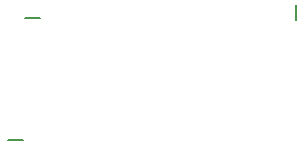
<source format=gbo>
G75*
%MOIN*%
%OFA0B0*%
%FSLAX24Y24*%
%IPPOS*%
%LPD*%
%AMOC8*
5,1,8,0,0,1.08239X$1,22.5*
%
%ADD10C,0.0080*%
D10*
X001716Y004143D02*
X002216Y004143D01*
X002256Y008226D02*
X002756Y008226D01*
X011296Y008163D02*
X011296Y008663D01*
M02*

</source>
